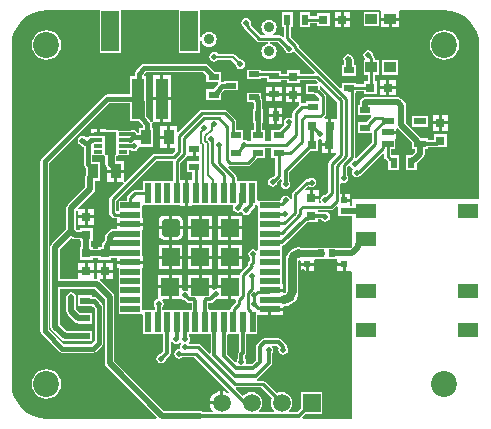
<source format=gtl>
G04*
G04 #@! TF.GenerationSoftware,Altium Limited,Altium Designer,19.0.15 (446)*
G04*
G04 Layer_Physical_Order=1*
G04 Layer_Color=255*
%FSAX25Y25*%
%MOIN*%
G70*
G01*
G75*
%ADD12C,0.01000*%
%ADD13C,0.01968*%
%ADD22R,0.03543X0.02362*%
%ADD23R,0.03150X0.03150*%
%ADD24R,0.02362X0.03543*%
%ADD25R,0.03150X0.03150*%
%ADD26R,0.03937X0.03543*%
%ADD27R,0.02441X0.02244*%
%ADD28R,0.05906X0.13386*%
%ADD29R,0.03937X0.13780*%
%ADD30R,0.05906X0.05906*%
G04:AMPARAMS|DCode=31|XSize=59.06mil|YSize=59.06mil|CornerRadius=5.91mil|HoleSize=0mil|Usage=FLASHONLY|Rotation=0.000|XOffset=0mil|YOffset=0mil|HoleType=Round|Shape=RoundedRectangle|*
%AMROUNDEDRECTD31*
21,1,0.05906,0.04724,0,0,0.0*
21,1,0.04724,0.05906,0,0,0.0*
1,1,0.01181,0.02362,-0.02362*
1,1,0.01181,-0.02362,-0.02362*
1,1,0.01181,-0.02362,0.02362*
1,1,0.01181,0.02362,0.02362*
%
%ADD31ROUNDEDRECTD31*%
%ADD32R,0.07087X0.05118*%
%ADD33R,0.02362X0.02520*%
%ADD34R,0.03937X0.02362*%
%ADD35R,0.03740X0.01890*%
%ADD36R,0.02756X0.01181*%
%ADD37R,0.01968X0.01968*%
%ADD38R,0.03543X0.05118*%
%ADD61C,0.02953*%
%ADD62R,0.01968X0.06693*%
%ADD63R,0.06693X0.01968*%
%ADD64C,0.02362*%
%ADD65C,0.01575*%
%ADD66C,0.01181*%
%ADD67C,0.00800*%
%ADD68C,0.08661*%
%ADD69C,0.03543*%
%ADD70C,0.05906*%
%ADD71C,0.01968*%
G36*
X0866932Y3333700D02*
X0869104Y3333041D01*
X0871106Y3331971D01*
X0872860Y3330531D01*
X0874300Y3328777D01*
X0875370Y3326776D01*
X0876029Y3324604D01*
X0876255Y3322305D01*
Y3270960D01*
X0833761D01*
Y3268638D01*
X0833225D01*
Y3270145D01*
X0831005D01*
Y3270645D01*
X0830505D01*
Y3272767D01*
X0829807D01*
Y3276143D01*
X0830307Y3276410D01*
X0830387Y3276357D01*
X0831005Y3276234D01*
X0831623Y3276357D01*
X0832147Y3276707D01*
X0832497Y3277232D01*
X0832620Y3277850D01*
X0832497Y3278468D01*
X0832147Y3278992D01*
X0832126Y3279005D01*
Y3281716D01*
X0832680Y3282270D01*
X0833223Y3282105D01*
X0833253Y3281956D01*
X0833603Y3281432D01*
X0833845Y3281270D01*
X0834111Y3281034D01*
X0833972Y3280629D01*
X0833843Y3280436D01*
X0833720Y3279818D01*
X0833843Y3279200D01*
X0834193Y3278676D01*
X0834717Y3278326D01*
X0835335Y3278203D01*
X0835954Y3278326D01*
X0836478Y3278676D01*
X0836699Y3279007D01*
X0837003Y3279210D01*
X0844086Y3286294D01*
X0844549Y3286103D01*
Y3285232D01*
X0844549Y3285231D01*
X0844634Y3284802D01*
X0844877Y3284438D01*
X0845672Y3283643D01*
X0845672Y3283643D01*
X0845956Y3283454D01*
Y3280793D01*
X0849518D01*
Y3285536D01*
X0847164D01*
X0847056Y3285558D01*
X0846792Y3285937D01*
Y3287683D01*
X0848238D01*
Y3291023D01*
X0848639D01*
Y3292704D01*
X0845670D01*
Y3293704D01*
X0848639D01*
Y3294394D01*
X0849139Y3294545D01*
X0849154Y3294522D01*
X0853928Y3289748D01*
Y3287683D01*
X0854881D01*
Y3286688D01*
X0853741Y3285548D01*
X0853683Y3285536D01*
X0851861D01*
Y3280793D01*
X0855424D01*
Y3282711D01*
X0855572Y3282810D01*
X0857639Y3284877D01*
X0857989Y3285401D01*
X0858087Y3285892D01*
X0858088Y3285893D01*
X0858210Y3286511D01*
X0858112Y3287006D01*
Y3287683D01*
X0859065D01*
Y3288250D01*
X0862304D01*
X0862304Y3288250D01*
X0862421Y3288273D01*
X0865463D01*
Y3292623D01*
X0861113D01*
Y3290678D01*
X0859065D01*
Y3291245D01*
X0856886D01*
X0856655Y3291590D01*
X0851911Y3296334D01*
Y3302090D01*
X0851788Y3302708D01*
X0851438Y3303233D01*
X0850285Y3304385D01*
X0849761Y3304736D01*
X0849143Y3304859D01*
X0838091D01*
X0837473Y3304736D01*
X0836949Y3304385D01*
X0836599Y3303862D01*
X0836476Y3303243D01*
Y3302465D01*
X0835917D01*
Y3298903D01*
X0840119D01*
X0840326Y3298403D01*
X0838767Y3296843D01*
X0838577Y3296560D01*
X0835917D01*
Y3292998D01*
X0840513D01*
Y3289732D01*
X0835311Y3284529D01*
X0834850Y3284776D01*
X0834882Y3284936D01*
X0834882Y3284936D01*
Y3306187D01*
X0835148D01*
Y3307043D01*
X0837688D01*
Y3305990D01*
X0842038D01*
Y3310339D01*
X0841378D01*
Y3312486D01*
X0842825D01*
Y3317229D01*
X0841378D01*
Y3317921D01*
X0841378Y3317921D01*
X0841293Y3318351D01*
X0841050Y3318715D01*
X0840869Y3318895D01*
X0840888Y3318991D01*
X0840765Y3319609D01*
X0840415Y3320134D01*
X0839890Y3320484D01*
X0839272Y3320607D01*
X0838654Y3320484D01*
X0838130Y3320134D01*
X0837780Y3319609D01*
X0837657Y3318991D01*
X0837780Y3318373D01*
X0838130Y3317849D01*
X0838310Y3317729D01*
X0838158Y3317229D01*
X0837688D01*
Y3312486D01*
X0839135D01*
Y3310339D01*
X0837688D01*
Y3309286D01*
X0835148D01*
Y3309749D01*
X0830405D01*
Y3308073D01*
X0829943Y3307881D01*
X0816100Y3321724D01*
Y3322020D01*
X0816100Y3322020D01*
X0816015Y3322449D01*
X0815772Y3322813D01*
X0815772Y3322813D01*
X0813426Y3325159D01*
Y3328431D01*
X0814085D01*
Y3333174D01*
X0810523D01*
Y3328431D01*
X0811182D01*
Y3325162D01*
X0810682Y3324955D01*
X0810439Y3325198D01*
X0810076Y3325441D01*
X0809646Y3325526D01*
X0809646Y3325526D01*
X0807606D01*
X0807466Y3325977D01*
X0807471Y3326026D01*
X0807987Y3326423D01*
X0808397Y3326957D01*
X0808655Y3327579D01*
X0808743Y3328247D01*
X0808655Y3328915D01*
X0808397Y3329538D01*
X0807987Y3330072D01*
X0807452Y3330482D01*
X0806830Y3330740D01*
X0806162Y3330828D01*
X0805494Y3330740D01*
X0804872Y3330482D01*
X0804337Y3330072D01*
X0803927Y3329538D01*
X0803669Y3328915D01*
X0803581Y3328247D01*
X0803669Y3327579D01*
X0803927Y3326957D01*
X0804337Y3326423D01*
X0804854Y3326026D01*
X0804858Y3325977D01*
X0804718Y3325526D01*
X0803418D01*
X0799955Y3328989D01*
X0800017Y3329082D01*
X0800140Y3329700D01*
X0800017Y3330318D01*
X0799667Y3330842D01*
X0799143Y3331192D01*
X0798524Y3331315D01*
X0797906Y3331192D01*
X0797382Y3330842D01*
X0797032Y3330318D01*
X0796909Y3329700D01*
X0797032Y3329082D01*
X0797382Y3328558D01*
X0797641Y3328385D01*
X0797674Y3328219D01*
X0797917Y3327856D01*
X0802160Y3323612D01*
X0802160Y3323612D01*
X0802524Y3323368D01*
X0802954Y3323283D01*
X0805789D01*
X0805822Y3322783D01*
X0805494Y3322740D01*
X0804872Y3322482D01*
X0804337Y3322072D01*
X0803927Y3321538D01*
X0803669Y3320915D01*
X0803581Y3320247D01*
X0803669Y3319579D01*
X0803927Y3318957D01*
X0804337Y3318422D01*
X0804872Y3318012D01*
X0805494Y3317754D01*
X0806162Y3317667D01*
X0806830Y3317754D01*
X0807452Y3318012D01*
X0807987Y3318422D01*
X0808397Y3318957D01*
X0808655Y3319579D01*
X0808743Y3320247D01*
X0808655Y3320915D01*
X0808397Y3321538D01*
X0807987Y3322072D01*
X0807452Y3322482D01*
X0806830Y3322740D01*
X0806503Y3322783D01*
X0806535Y3323283D01*
X0809182D01*
X0811284Y3321181D01*
X0811279Y3321157D01*
X0811402Y3320539D01*
X0811752Y3320015D01*
X0812276Y3319664D01*
X0812894Y3319542D01*
X0813513Y3319664D01*
X0814037Y3320015D01*
X0814058Y3320047D01*
X0814556Y3320096D01*
X0821360Y3313292D01*
X0821169Y3312830D01*
X0816447D01*
Y3313883D01*
X0812098D01*
Y3312830D01*
X0810148D01*
Y3313686D01*
X0806565D01*
X0806516Y3313696D01*
X0806516Y3313696D01*
X0803632D01*
Y3314119D01*
X0798692D01*
Y3311029D01*
X0803632D01*
Y3311452D01*
X0805405D01*
Y3310124D01*
X0810148D01*
Y3310587D01*
X0812098D01*
Y3309533D01*
X0816447D01*
Y3310587D01*
X0821803D01*
X0822510Y3309879D01*
X0822319Y3309417D01*
X0818397D01*
Y3305855D01*
X0821341D01*
X0821450Y3305833D01*
X0821450Y3305833D01*
X0821971D01*
X0822993Y3304811D01*
Y3303511D01*
X0818397D01*
Y3302852D01*
X0817565D01*
X0817106Y3302904D01*
X0816855Y3303298D01*
X0816847Y3303313D01*
X0816847Y3303556D01*
Y3305302D01*
X0814773D01*
Y3303228D01*
X0816226D01*
X0816305Y3303130D01*
X0816297Y3302523D01*
X0816297Y3302523D01*
X0816230Y3302457D01*
X0814267Y3300493D01*
X0814024Y3300129D01*
X0813938Y3299700D01*
X0813938Y3299700D01*
Y3298228D01*
X0813438Y3297961D01*
X0813316Y3298043D01*
X0812698Y3298166D01*
X0812080Y3298043D01*
X0811555Y3297692D01*
X0811205Y3297169D01*
X0811082Y3296550D01*
X0811205Y3295932D01*
X0811314Y3295769D01*
X0809546Y3294001D01*
X0806979D01*
Y3290438D01*
X0806582Y3290192D01*
X0805231D01*
X0804833Y3290438D01*
X0804833Y3290692D01*
Y3294001D01*
X0803876D01*
Y3296344D01*
X0804243D01*
Y3301088D01*
X0803876D01*
Y3303637D01*
X0803768Y3304178D01*
X0803659Y3304341D01*
Y3304779D01*
X0803632Y3304915D01*
Y3306481D01*
X0798692D01*
Y3303391D01*
X0800922D01*
X0800938Y3303312D01*
X0801047Y3303149D01*
Y3301088D01*
X0800680D01*
Y3296344D01*
X0801047D01*
Y3294001D01*
X0800090D01*
Y3290692D01*
X0800090Y3290438D01*
X0799692Y3290192D01*
X0799037D01*
X0799023Y3290212D01*
X0798499Y3290562D01*
X0797881Y3290685D01*
X0797550Y3290957D01*
Y3294001D01*
X0795156D01*
Y3296954D01*
X0795071Y3297383D01*
X0794828Y3297747D01*
X0794828Y3297747D01*
X0792137Y3300437D01*
X0791773Y3300680D01*
X0791344Y3300766D01*
X0791344Y3300766D01*
X0783705D01*
X0783705Y3300766D01*
X0783276Y3300680D01*
X0782912Y3300437D01*
X0775971Y3293496D01*
X0775509Y3293687D01*
Y3295188D01*
X0773237D01*
Y3291629D01*
X0772737D01*
D01*
X0773237D01*
Y3288070D01*
X0774962D01*
Y3286975D01*
X0774044Y3286058D01*
X0768094D01*
X0768094Y3286058D01*
X0767665Y3285972D01*
X0767301Y3285729D01*
X0767301Y3285729D01*
X0758292Y3276720D01*
X0757792Y3276928D01*
Y3279712D01*
X0755520D01*
Y3276653D01*
X0757517D01*
X0757724Y3276153D01*
X0753243Y3271672D01*
X0753000Y3271308D01*
X0752915Y3270879D01*
X0752915Y3270879D01*
Y3266433D01*
X0752915Y3266432D01*
X0753000Y3266003D01*
X0753243Y3265639D01*
X0753932Y3264950D01*
X0753932Y3264950D01*
X0754296Y3264707D01*
X0754725Y3264622D01*
X0755169D01*
X0755635Y3264539D01*
Y3263054D01*
X0759981D01*
X0764327D01*
Y3264539D01*
X0763928D01*
Y3268778D01*
X0764302Y3269080D01*
X0767471D01*
Y3269080D01*
X0767491D01*
Y3269080D01*
X0776540D01*
Y3268681D01*
X0778024D01*
Y3273027D01*
Y3277373D01*
X0776540D01*
X0776496Y3277855D01*
Y3283075D01*
X0778476Y3285055D01*
X0778476Y3285055D01*
X0778720Y3285419D01*
X0778726Y3285450D01*
X0780702D01*
Y3287631D01*
X0781702D01*
Y3285450D01*
X0782991D01*
Y3283506D01*
X0778830D01*
Y3279944D01*
X0780552D01*
Y3277855D01*
X0780509Y3277373D01*
X0779024D01*
Y3273027D01*
Y3268681D01*
X0780509D01*
Y3269080D01*
X0794050D01*
X0794249Y3268707D01*
X0794267Y3268580D01*
X0794153Y3268007D01*
X0794276Y3267389D01*
X0794627Y3266865D01*
X0795151Y3266515D01*
X0795769Y3266392D01*
X0796387Y3266515D01*
X0796522Y3266605D01*
X0797032Y3266602D01*
X0797382Y3266077D01*
X0797906Y3265727D01*
X0798525Y3265604D01*
X0799143Y3265727D01*
X0799667Y3266077D01*
X0800017Y3266602D01*
X0800115Y3267093D01*
X0801073Y3268052D01*
X0801073Y3268052D01*
X0801336Y3268445D01*
X0801429Y3268910D01*
X0801599Y3269080D01*
X0802156D01*
X0802491Y3268719D01*
Y3264159D01*
X0802491D01*
Y3264138D01*
X0802491D01*
Y3260970D01*
Y3257860D01*
Y3254710D01*
X0802491D01*
Y3254690D01*
X0802491D01*
Y3254003D01*
X0802181Y3253863D01*
X0801991Y3253820D01*
X0801505Y3254145D01*
X0800887Y3254268D01*
X0800268Y3254145D01*
X0799744Y3253795D01*
X0799394Y3253271D01*
X0799271Y3252653D01*
X0799394Y3252035D01*
X0799744Y3251511D01*
X0799765Y3251497D01*
Y3250300D01*
X0799306Y3249841D01*
X0799063Y3249477D01*
X0798978Y3249048D01*
X0799011Y3248882D01*
X0796625Y3246496D01*
X0796382Y3246132D01*
X0796297Y3245703D01*
X0795817Y3245661D01*
X0793560D01*
Y3241708D01*
Y3237755D01*
X0794727D01*
X0795044Y3237369D01*
X0795041Y3237351D01*
X0795041Y3237351D01*
Y3236401D01*
X0793645Y3235006D01*
X0793402Y3234642D01*
X0793316Y3234212D01*
X0793135Y3234142D01*
X0792676Y3234044D01*
X0792675Y3234044D01*
X0792675Y3234044D01*
X0789526D01*
Y3234044D01*
X0786357D01*
X0785982Y3234346D01*
Y3236352D01*
X0786662D01*
X0786662Y3236352D01*
X0787127Y3236445D01*
X0787521Y3236708D01*
X0788468Y3237655D01*
X0788485Y3237651D01*
X0788637Y3237682D01*
X0789107Y3237755D01*
X0789107Y3237755D01*
X0789107Y3237755D01*
X0792560D01*
Y3241208D01*
X0789034D01*
X0788607Y3240858D01*
X0788485Y3240882D01*
X0787867Y3240759D01*
X0787670Y3240628D01*
X0787170Y3240895D01*
Y3241208D01*
X0779264D01*
Y3240570D01*
X0778764Y3240303D01*
X0778670Y3240366D01*
X0778052Y3240488D01*
X0777729Y3240424D01*
X0777229Y3240784D01*
Y3241208D01*
X0773776D01*
Y3237755D01*
X0776894D01*
X0776910Y3237731D01*
X0777434Y3237381D01*
X0778052Y3237258D01*
X0778145Y3237276D01*
X0778714Y3236708D01*
X0778714Y3236708D01*
X0779108Y3236445D01*
X0779572Y3236352D01*
X0780429D01*
Y3234040D01*
X0780058D01*
Y3234040D01*
X0776928D01*
Y3234040D01*
X0773759D01*
Y3234040D01*
X0770604D01*
Y3235083D01*
X0770883Y3235499D01*
X0771006Y3236118D01*
X0770883Y3236736D01*
X0770533Y3237260D01*
X0770691Y3237755D01*
X0772776D01*
Y3241208D01*
X0769324D01*
Y3238190D01*
X0769324Y3237755D01*
X0768875Y3237630D01*
X0768772Y3237610D01*
X0768248Y3237260D01*
X0767898Y3236736D01*
X0767775Y3236118D01*
X0767898Y3235499D01*
X0768177Y3235083D01*
Y3234040D01*
X0764428D01*
X0764302Y3234040D01*
X0763928Y3234343D01*
Y3238462D01*
X0763928Y3238942D01*
X0763928Y3239442D01*
Y3242073D01*
Y3245222D01*
Y3248011D01*
X0764327D01*
Y3249495D01*
X0759981D01*
X0755635D01*
Y3248011D01*
X0756035D01*
Y3245222D01*
Y3242073D01*
Y3239442D01*
X0756035Y3238962D01*
X0756035Y3238462D01*
Y3235773D01*
Y3232663D01*
X0763802D01*
X0763928Y3232663D01*
X0764302Y3232361D01*
Y3226147D01*
X0770980D01*
Y3220324D01*
X0770057Y3219402D01*
X0769560Y3219303D01*
X0769036Y3218953D01*
X0768686Y3218428D01*
X0768563Y3217810D01*
X0768686Y3217192D01*
X0769036Y3216668D01*
X0769560Y3216318D01*
X0770178Y3216195D01*
X0770796Y3216318D01*
X0771320Y3216668D01*
X0771670Y3217192D01*
X0771767Y3217678D01*
X0773052Y3218963D01*
X0773052Y3218963D01*
X0773315Y3219357D01*
X0773408Y3219821D01*
X0773408Y3219821D01*
Y3223381D01*
X0773908Y3223533D01*
X0774154Y3223164D01*
X0774678Y3222814D01*
X0775296Y3222691D01*
X0775914Y3222814D01*
X0776438Y3223164D01*
X0776522Y3223290D01*
X0776525D01*
X0776957Y3222790D01*
X0776945Y3222716D01*
X0776910Y3222692D01*
X0776560Y3222168D01*
X0776437Y3221550D01*
X0776460Y3221436D01*
X0776117Y3220968D01*
X0775662Y3220877D01*
X0775138Y3220527D01*
X0774788Y3220003D01*
X0774665Y3219385D01*
X0774788Y3218767D01*
X0775138Y3218243D01*
X0775662Y3217893D01*
X0776280Y3217770D01*
X0776898Y3217893D01*
X0777423Y3218243D01*
X0777436Y3218264D01*
X0781327D01*
X0792899Y3206692D01*
X0792569Y3206315D01*
X0792329Y3206499D01*
X0791367Y3206897D01*
X0790835Y3206968D01*
Y3203046D01*
X0790335D01*
Y3202546D01*
X0786414D01*
X0786484Y3202015D01*
X0786883Y3201053D01*
X0787354Y3200439D01*
X0787108Y3199939D01*
X0784205D01*
X0783788Y3200217D01*
X0783170Y3200340D01*
X0771232D01*
X0754667Y3216904D01*
Y3238381D01*
X0754544Y3238999D01*
X0754194Y3239523D01*
X0749962Y3243756D01*
X0749791Y3243869D01*
X0749943Y3244370D01*
X0750977D01*
Y3246444D01*
X0748902D01*
Y3244716D01*
X0748840Y3244350D01*
X0748461Y3244229D01*
X0748195D01*
X0747753Y3244370D01*
X0747753Y3244729D01*
Y3246444D01*
X0745178D01*
X0742603D01*
X0742603Y3244370D01*
X0742161Y3244229D01*
X0736557D01*
Y3254318D01*
X0740257Y3258018D01*
X0740268Y3258007D01*
X0740792Y3257656D01*
X0741410Y3257534D01*
X0743003D01*
Y3256974D01*
X0743563D01*
Y3255024D01*
X0743003D01*
Y3250675D01*
X0747353D01*
Y3251234D01*
X0749302D01*
Y3250675D01*
X0753652D01*
Y3251490D01*
X0755635D01*
Y3250495D01*
X0759981D01*
X0764327D01*
Y3251979D01*
X0763928D01*
Y3254671D01*
Y3257821D01*
Y3260570D01*
X0764327D01*
Y3262054D01*
X0759981D01*
X0755635D01*
Y3261020D01*
X0754205D01*
X0753587Y3260897D01*
X0753063Y3260547D01*
X0751910Y3259394D01*
X0751560Y3258870D01*
X0751437Y3258252D01*
Y3257062D01*
X0750925Y3256551D01*
X0750575Y3256027D01*
X0750452Y3255409D01*
Y3255024D01*
X0749302D01*
Y3254465D01*
X0747353D01*
Y3255024D01*
X0746793D01*
Y3256974D01*
X0747353D01*
Y3261324D01*
X0743003D01*
Y3260764D01*
X0742079D01*
X0741872Y3260971D01*
Y3267147D01*
X0742103Y3267323D01*
X0742248Y3267300D01*
X0742603Y3267076D01*
Y3265554D01*
X0744678D01*
Y3267629D01*
X0742992Y3267629D01*
X0742989D01*
D01*
X0742870Y3267629D01*
X0742788Y3267826D01*
X0742663Y3268129D01*
X0747698Y3273164D01*
X0748048Y3273688D01*
X0748171Y3274306D01*
Y3276078D01*
X0748171Y3276078D01*
X0748171Y3276078D01*
Y3277053D01*
X0749912D01*
Y3283371D01*
X0747183D01*
Y3285080D01*
X0747334Y3285518D01*
X0751052D01*
X0751115Y3285366D01*
X0751116Y3285363D01*
X0751116Y3285363D01*
Y3285363D01*
X0751217Y3285321D01*
X0751575Y3285173D01*
X0751630Y3284711D01*
Y3282574D01*
X0751768Y3281879D01*
X0752162Y3281290D01*
X0752249Y3281203D01*
Y3280712D01*
X0755020D01*
X0757792D01*
Y3283771D01*
X0755262D01*
Y3284710D01*
X0755315Y3285172D01*
X0755549Y3285269D01*
X0755773Y3285362D01*
X0755774Y3285362D01*
X0755774Y3285362D01*
X0755775Y3285365D01*
X0755838Y3285518D01*
X0759557D01*
Y3287194D01*
X0760057Y3287309D01*
X0760437Y3287055D01*
X0761055Y3286932D01*
X0761673Y3287055D01*
X0762197Y3287405D01*
X0762547Y3287929D01*
X0762581Y3288096D01*
X0762885Y3288470D01*
X0767628D01*
Y3294788D01*
X0767065D01*
Y3295960D01*
X0767028Y3296148D01*
X0767093Y3296291D01*
X0767205Y3296422D01*
X0767460Y3296535D01*
X0767854Y3296535D01*
X0769875D01*
Y3303924D01*
X0767406D01*
Y3297012D01*
X0767406Y3296996D01*
X0767406Y3296996D01*
X0767406Y3296788D01*
X0767294Y3296621D01*
X0767236Y3296600D01*
X0766952Y3296581D01*
X0766812Y3296719D01*
X0766906Y3296577D01*
X0766906D01*
X0766651Y3296960D01*
X0765096Y3298514D01*
Y3303243D01*
X0765069Y3303380D01*
Y3311914D01*
X0764627D01*
X0764420Y3312414D01*
X0765252Y3313246D01*
X0784159D01*
X0785299Y3312106D01*
Y3312102D01*
X0785326Y3311965D01*
Y3309927D01*
X0789114D01*
X0789322Y3309427D01*
X0787682Y3307787D01*
X0787546Y3307584D01*
X0785326D01*
Y3304021D01*
X0790069D01*
Y3306059D01*
X0790096Y3306196D01*
Y3306201D01*
X0791106Y3307210D01*
X0795994D01*
Y3310300D01*
X0791054D01*
Y3310104D01*
X0790584D01*
X0790456Y3310078D01*
X0790069Y3310395D01*
Y3313489D01*
X0787850D01*
X0787714Y3313692D01*
X0785745Y3315661D01*
X0785286Y3315968D01*
X0784745Y3316075D01*
X0764666D01*
X0764125Y3315968D01*
X0763666Y3315661D01*
X0761759Y3313754D01*
X0761452Y3313295D01*
X0761345Y3312754D01*
Y3311914D01*
X0759932D01*
Y3305839D01*
X0752264D01*
X0751723Y3305731D01*
X0751264Y3305425D01*
X0730398Y3284558D01*
X0730091Y3284100D01*
X0729984Y3283558D01*
Y3226865D01*
X0730091Y3226324D01*
X0730398Y3225865D01*
X0736107Y3220156D01*
X0736566Y3219850D01*
X0737107Y3219742D01*
X0747540D01*
X0748081Y3219850D01*
X0748540Y3220156D01*
X0750509Y3222125D01*
X0750815Y3222584D01*
X0750923Y3223125D01*
Y3235149D01*
X0750815Y3235691D01*
X0750509Y3236150D01*
X0748742Y3237916D01*
X0748283Y3238223D01*
X0747742Y3238330D01*
X0747156D01*
Y3238883D01*
X0742412D01*
Y3235321D01*
X0747156D01*
X0747562Y3235095D01*
X0748094Y3234563D01*
Y3223711D01*
X0746954Y3222571D01*
X0737693D01*
X0732813Y3227451D01*
Y3282972D01*
X0752850Y3303010D01*
X0759932D01*
Y3296935D01*
X0762677D01*
X0762682Y3296928D01*
X0764236Y3295374D01*
Y3294788D01*
X0762885D01*
Y3293044D01*
X0762299D01*
X0761729Y3293614D01*
X0761270Y3293920D01*
X0760729Y3294028D01*
X0760188Y3293920D01*
X0760048Y3293827D01*
X0757580D01*
X0757462Y3293804D01*
X0755840D01*
X0755777Y3293956D01*
X0755776Y3293956D01*
X0755776Y3293958D01*
X0755548Y3294052D01*
X0755318Y3294148D01*
X0755027Y3294149D01*
X0755026Y3294148D01*
X0755025Y3294149D01*
X0752559Y3294149D01*
X0752559Y3294149D01*
X0752559Y3294149D01*
X0752328Y3294054D01*
X0752190Y3293996D01*
X0752123Y3294024D01*
X0751690Y3294204D01*
X0751690Y3294204D01*
X0751690Y3294204D01*
X0749812D01*
Y3292613D01*
X0749312D01*
Y3292113D01*
X0746934D01*
Y3292059D01*
X0746691D01*
X0746150Y3291952D01*
X0745700Y3291651D01*
X0745532Y3291552D01*
X0745139Y3291590D01*
X0744615Y3291940D01*
X0743997Y3292064D01*
X0743379Y3291940D01*
X0742855Y3291590D01*
X0742505Y3291066D01*
X0742381Y3290448D01*
X0742505Y3289830D01*
X0742855Y3289306D01*
X0743379Y3288956D01*
X0743649Y3288902D01*
X0743829Y3288722D01*
X0744288Y3288416D01*
X0744354Y3288403D01*
Y3282771D01*
X0744462Y3282230D01*
X0744768Y3281771D01*
X0745168Y3281371D01*
Y3279215D01*
X0745063Y3279058D01*
X0744941Y3278440D01*
Y3274976D01*
X0739115Y3269149D01*
X0738764Y3268625D01*
X0738641Y3268007D01*
Y3260971D01*
X0733800Y3256129D01*
X0733449Y3255605D01*
X0733326Y3254987D01*
Y3242613D01*
Y3228440D01*
X0733449Y3227822D01*
X0733800Y3227298D01*
X0736949Y3224149D01*
X0737473Y3223798D01*
X0738091Y3223676D01*
X0742412D01*
Y3223510D01*
X0747156D01*
Y3227072D01*
X0742412D01*
Y3226906D01*
X0738760D01*
X0736557Y3229109D01*
Y3240998D01*
X0748150D01*
X0751437Y3237712D01*
Y3216235D01*
X0751560Y3215617D01*
X0751910Y3215093D01*
X0768785Y3198218D01*
X0768594Y3197756D01*
X0732021D01*
X0729723Y3197982D01*
X0727551Y3198641D01*
X0725549Y3199711D01*
X0723795Y3201151D01*
X0722355Y3202905D01*
X0721285Y3204907D01*
X0720626Y3207079D01*
X0720400Y3209378D01*
Y3322305D01*
X0720626Y3324604D01*
X0721285Y3326776D01*
X0722355Y3328777D01*
X0723795Y3330531D01*
X0725549Y3331971D01*
X0727551Y3333041D01*
X0729723Y3333700D01*
X0732021Y3333926D01*
X0749696D01*
Y3319769D01*
X0756802D01*
Y3333926D01*
X0776074D01*
Y3319769D01*
X0783180D01*
Y3323504D01*
X0783669Y3323579D01*
X0783927Y3322957D01*
X0784337Y3322422D01*
X0784872Y3322012D01*
X0785494Y3321754D01*
X0786162Y3321667D01*
X0786830Y3321754D01*
X0787453Y3322012D01*
X0787987Y3322422D01*
X0788397Y3322957D01*
X0788655Y3323579D01*
X0788743Y3324247D01*
X0788655Y3324915D01*
X0788397Y3325538D01*
X0787987Y3326072D01*
X0787453Y3326482D01*
X0786830Y3326740D01*
X0786162Y3326828D01*
X0785494Y3326740D01*
X0784872Y3326482D01*
X0784337Y3326072D01*
X0783927Y3325538D01*
X0783669Y3324915D01*
X0783180Y3324990D01*
Y3333926D01*
X0843152D01*
X0843587Y3333771D01*
X0843587Y3333426D01*
Y3331499D01*
X0849524D01*
X0849524Y3333771D01*
X0849960Y3333926D01*
X0864634D01*
X0866932Y3333700D01*
D02*
G37*
G36*
X0828899Y3303490D02*
Y3297747D01*
X0826876D01*
Y3295173D01*
X0825876D01*
Y3297747D01*
X0824795D01*
X0824604Y3298209D01*
X0824908Y3298513D01*
X0824908Y3298513D01*
X0825151Y3298877D01*
X0825237Y3299306D01*
Y3305275D01*
X0825237Y3305275D01*
X0825151Y3305704D01*
X0824908Y3306068D01*
X0824908Y3306068D01*
X0823228Y3307748D01*
X0823140Y3307807D01*
Y3308596D01*
X0823602Y3308787D01*
X0828899Y3303490D01*
D02*
G37*
G36*
X0755025Y3293499D02*
X0755316Y3293498D01*
X0755315Y3285822D01*
X0755019Y3285822D01*
X0751576Y3285822D01*
X0751576Y3292514D01*
X0752559Y3293500D01*
X0755025Y3293499D01*
D02*
G37*
G36*
X0823328Y3290998D02*
X0823705Y3290688D01*
Y3289570D01*
X0826280D01*
Y3289070D01*
X0826780D01*
Y3286495D01*
X0828501D01*
X0828708Y3285995D01*
X0826293Y3283580D01*
X0826050Y3283216D01*
X0825964Y3282787D01*
X0825964Y3282787D01*
Y3273411D01*
X0824927Y3272373D01*
X0824902Y3272378D01*
X0824284Y3272255D01*
X0823760Y3271905D01*
X0823410Y3271381D01*
X0823287Y3270763D01*
X0823410Y3270145D01*
X0823492Y3270023D01*
X0823225Y3269522D01*
X0822753D01*
Y3270853D01*
X0820178D01*
Y3271354D01*
X0819678D01*
Y3273928D01*
X0818496D01*
X0818305Y3274390D01*
X0819239Y3275325D01*
X0819756Y3274979D01*
X0820375Y3274856D01*
X0820993Y3274979D01*
X0821517Y3275330D01*
X0821867Y3275853D01*
X0821990Y3276471D01*
X0821867Y3277090D01*
X0821517Y3277614D01*
X0820993Y3277964D01*
X0820375Y3278087D01*
X0819756Y3277964D01*
X0819232Y3277614D01*
X0819219Y3277593D01*
X0818800D01*
X0818371Y3277508D01*
X0818007Y3277265D01*
X0818007Y3277265D01*
X0814070Y3273328D01*
X0813827Y3272964D01*
X0813741Y3272535D01*
X0813741Y3272535D01*
Y3271133D01*
X0813241Y3271083D01*
X0813206Y3271263D01*
X0812856Y3271787D01*
X0812331Y3272137D01*
X0811713Y3272260D01*
X0811095Y3272137D01*
X0810571Y3271787D01*
X0810221Y3271263D01*
X0810098Y3270645D01*
X0809642Y3270479D01*
X0806902D01*
X0806902Y3270479D01*
X0806894Y3270477D01*
X0802491D01*
X0802156Y3270838D01*
Y3276973D01*
X0799467D01*
X0798987Y3276973D01*
Y3276973D01*
X0798967D01*
Y3276973D01*
X0795394D01*
Y3278243D01*
X0795394Y3278243D01*
X0795309Y3278673D01*
X0795065Y3279036D01*
X0792616Y3281485D01*
X0792902Y3281908D01*
X0793209Y3281846D01*
X0793210Y3281846D01*
X0799115D01*
X0799115Y3281846D01*
X0799544Y3281932D01*
X0799908Y3282175D01*
X0801983Y3284249D01*
X0802172Y3284533D01*
X0804833D01*
Y3287949D01*
X0806979D01*
Y3284533D01*
X0808230D01*
Y3279102D01*
X0807407Y3278279D01*
X0807383Y3278284D01*
X0806765Y3278161D01*
X0806240Y3277811D01*
X0805890Y3277287D01*
X0805767Y3276669D01*
X0805890Y3276051D01*
X0806240Y3275526D01*
X0806765Y3275176D01*
X0807383Y3275053D01*
X0808001Y3275176D01*
X0808525Y3275526D01*
X0808875Y3276051D01*
X0808998Y3276669D01*
X0808993Y3276693D01*
X0809999Y3277699D01*
X0810499Y3277494D01*
Y3276916D01*
X0810221Y3276499D01*
X0810098Y3275881D01*
X0810221Y3275263D01*
X0810571Y3274739D01*
X0811095Y3274389D01*
X0811713Y3274266D01*
X0812331Y3274389D01*
X0812856Y3274739D01*
X0813206Y3275263D01*
X0813329Y3275881D01*
X0813206Y3276499D01*
X0812927Y3276916D01*
Y3279906D01*
X0819917Y3286895D01*
X0822550D01*
Y3290672D01*
X0823050Y3291053D01*
X0823328Y3290998D01*
D02*
G37*
G36*
X0774253Y3283540D02*
X0774253Y3283540D01*
Y3276973D01*
X0767491D01*
Y3276973D01*
X0767471D01*
Y3276973D01*
X0764302D01*
Y3274149D01*
X0761615D01*
X0761615Y3274149D01*
X0761186Y3274063D01*
X0760822Y3273820D01*
X0760822Y3273820D01*
X0759188Y3272186D01*
X0758945Y3271822D01*
X0758859Y3271393D01*
X0758859Y3271393D01*
Y3270477D01*
X0756035D01*
Y3266865D01*
X0755190D01*
X0755158Y3266897D01*
Y3270414D01*
X0768559Y3283815D01*
X0774027D01*
X0774253Y3283540D01*
D02*
G37*
G36*
X0829184Y3268282D02*
Y3265222D01*
X0832825D01*
Y3265408D01*
X0833761D01*
Y3255134D01*
X0833450Y3254824D01*
X0833022Y3254650D01*
X0833022Y3254650D01*
Y3254650D01*
X0833022Y3254650D01*
X0829381D01*
Y3254650D01*
X0828967Y3254710D01*
Y3254710D01*
X0828905Y3254710D01*
X0825405D01*
X0825405Y3254710D01*
X0825187D01*
Y3254710D01*
X0824905Y3254710D01*
X0821625D01*
Y3254666D01*
X0817064D01*
X0816854Y3254806D01*
X0816044Y3254967D01*
Y3254963D01*
X0814937Y3254817D01*
X0813905Y3254390D01*
X0813019Y3253709D01*
X0812339Y3252824D01*
X0811911Y3251792D01*
X0811774Y3250745D01*
X0811762Y3250684D01*
Y3240554D01*
X0811762Y3240054D01*
X0811651Y3239769D01*
X0811196Y3239579D01*
X0810792Y3239857D01*
Y3240039D01*
X0806446D01*
Y3241039D01*
X0810792D01*
Y3242523D01*
X0810392D01*
Y3245261D01*
X0810392D01*
Y3248391D01*
X0810392D01*
Y3251560D01*
X0810384D01*
Y3254690D01*
X0810384D01*
Y3254710D01*
X0810467Y3255176D01*
X0810574Y3255418D01*
X0811039Y3255510D01*
X0811433Y3255774D01*
X0818909Y3263250D01*
X0819194D01*
X0819194Y3263250D01*
X0819311Y3263273D01*
X0822353D01*
Y3264234D01*
X0823545D01*
X0823760Y3263912D01*
X0824284Y3263562D01*
X0824902Y3263439D01*
X0825521Y3263562D01*
X0826044Y3263912D01*
X0826395Y3264436D01*
X0826518Y3265054D01*
X0826395Y3265673D01*
X0826044Y3266196D01*
X0825521Y3266547D01*
X0824902Y3266670D01*
X0824686Y3266627D01*
X0824509Y3266662D01*
X0824509Y3266662D01*
X0822353D01*
Y3267279D01*
X0826694D01*
X0826694Y3267279D01*
X0827123Y3267365D01*
X0827487Y3267608D01*
X0828328Y3268449D01*
X0828784Y3268523D01*
X0829184Y3268282D01*
D02*
G37*
G36*
X0828967Y3250990D02*
X0828981Y3250496D01*
Y3249727D01*
X0831201D01*
Y3249228D01*
X0831701D01*
Y3247106D01*
X0833422D01*
X0833761Y3246746D01*
Y3197756D01*
X0817469D01*
X0817262Y3198256D01*
X0818499Y3199494D01*
X0823888D01*
Y3206599D01*
X0816783D01*
Y3201210D01*
X0815511Y3199939D01*
X0812943D01*
X0812773Y3200439D01*
X0812869Y3200513D01*
X0813439Y3201255D01*
X0813797Y3202119D01*
X0813919Y3203046D01*
X0813797Y3203974D01*
X0813439Y3204838D01*
X0812869Y3205581D01*
X0812127Y3206150D01*
X0811263Y3206508D01*
X0810335Y3206630D01*
X0809408Y3206508D01*
X0808738Y3206230D01*
X0804837Y3210131D01*
X0804473Y3210374D01*
X0804044Y3210459D01*
X0804044Y3210459D01*
X0802082D01*
X0802033Y3210959D01*
X0802139Y3210980D01*
X0802532Y3211243D01*
X0806863Y3215574D01*
X0806863Y3215574D01*
X0807126Y3215968D01*
X0807219Y3216432D01*
X0807219Y3216433D01*
Y3219531D01*
X0807497Y3219948D01*
X0807620Y3220566D01*
X0807497Y3221184D01*
X0807214Y3221608D01*
X0807333Y3221966D01*
X0807435Y3222108D01*
X0808848D01*
X0809490Y3221466D01*
X0809434Y3221381D01*
X0809311Y3220763D01*
X0809434Y3220145D01*
X0809784Y3219621D01*
X0810308Y3219271D01*
X0810926Y3219148D01*
X0811544Y3219271D01*
X0812068Y3219621D01*
X0812418Y3220145D01*
X0812541Y3220763D01*
X0812418Y3221381D01*
X0812125Y3221819D01*
X0812047Y3222212D01*
X0811784Y3222606D01*
X0811784Y3222606D01*
X0810209Y3224180D01*
X0809816Y3224443D01*
X0809351Y3224536D01*
X0809351Y3224536D01*
X0804627D01*
X0804162Y3224443D01*
X0803768Y3224180D01*
X0803768Y3224180D01*
X0802194Y3222606D01*
X0801931Y3222212D01*
X0801838Y3221747D01*
X0801838Y3221747D01*
Y3217329D01*
X0800374Y3215865D01*
X0798768D01*
X0798473Y3216365D01*
X0798565Y3216826D01*
X0798442Y3217444D01*
X0798163Y3217861D01*
Y3218702D01*
X0798276Y3218814D01*
X0798276Y3218814D01*
X0798539Y3219209D01*
X0798632Y3219673D01*
Y3225834D01*
X0799002Y3226147D01*
X0799145Y3226147D01*
X0799502Y3226147D01*
X0802313D01*
Y3232243D01*
X0805945D01*
Y3234227D01*
X0806446D01*
Y3234727D01*
X0810792D01*
Y3234952D01*
X0811117Y3235219D01*
X0811205Y3235264D01*
Y3235264D01*
X0812445Y3235427D01*
X0813601Y3235905D01*
X0814593Y3236667D01*
X0815354Y3237659D01*
X0815833Y3238815D01*
X0815996Y3240054D01*
X0815996D01*
X0815996Y3240448D01*
Y3250416D01*
X0816395Y3250667D01*
X0816776Y3250426D01*
Y3249727D01*
X0818997D01*
X0821217D01*
Y3250768D01*
X0821625Y3250990D01*
X0824905D01*
X0825187Y3250990D01*
Y3250990D01*
X0825405D01*
Y3250990D01*
X0828967D01*
D02*
G37*
G36*
X0786376Y3226147D02*
X0786759Y3225865D01*
Y3219664D01*
X0786259Y3219457D01*
X0783373Y3222343D01*
X0783009Y3222586D01*
X0782580Y3222672D01*
X0782580Y3222672D01*
X0779554D01*
X0779391Y3223164D01*
X0779741Y3223688D01*
X0779864Y3224306D01*
X0779741Y3224924D01*
X0779463Y3225341D01*
Y3226147D01*
X0780077D01*
Y3226147D01*
X0786376D01*
D02*
G37*
G36*
X0795825Y3226147D02*
X0796204Y3225855D01*
Y3220176D01*
X0796091Y3220063D01*
X0795828Y3219669D01*
X0795736Y3219204D01*
X0795736Y3219204D01*
Y3217861D01*
X0795457Y3217444D01*
X0795338Y3216845D01*
X0795254Y3216789D01*
X0794868Y3216609D01*
X0792305Y3219172D01*
Y3225793D01*
X0792657Y3226147D01*
X0795825Y3226147D01*
D02*
G37*
G36*
X0807152Y3204644D02*
X0806874Y3203974D01*
X0806752Y3203046D01*
X0806874Y3202119D01*
X0807232Y3201255D01*
X0807802Y3200513D01*
X0807898Y3200439D01*
X0807728Y3199939D01*
X0802942D01*
X0802773Y3200439D01*
X0802869Y3200513D01*
X0803439Y3201255D01*
X0803797Y3202119D01*
X0803919Y3203046D01*
X0803797Y3203974D01*
X0803439Y3204838D01*
X0802869Y3205581D01*
X0802127Y3206150D01*
X0801263Y3206508D01*
X0800335Y3206630D01*
X0799408Y3206508D01*
X0798544Y3206150D01*
X0797802Y3205581D01*
X0797764Y3205531D01*
X0797265Y3205499D01*
X0795047Y3207716D01*
X0795254Y3208216D01*
X0803580D01*
X0807152Y3204644D01*
D02*
G37*
%LPC*%
G36*
X0833186Y3333377D02*
X0831111D01*
Y3331303D01*
X0833186D01*
Y3333377D01*
D02*
G37*
G36*
X0830111D02*
X0828036D01*
Y3331303D01*
X0830111D01*
Y3333377D01*
D02*
G37*
G36*
X0842825Y3333371D02*
X0837688D01*
Y3328628D01*
X0842825D01*
Y3333371D01*
D02*
G37*
G36*
X0819991Y3333174D02*
X0816428D01*
Y3328431D01*
X0819991D01*
Y3329681D01*
X0822137D01*
Y3328628D01*
X0826487D01*
Y3332977D01*
X0822137D01*
Y3331924D01*
X0819991D01*
Y3333174D01*
D02*
G37*
G36*
X0849524Y3330499D02*
X0847056D01*
Y3328228D01*
X0849524D01*
Y3330499D01*
D02*
G37*
G36*
X0846056D02*
X0843587D01*
Y3328228D01*
X0846056D01*
Y3330499D01*
D02*
G37*
G36*
X0833186Y3330303D02*
X0831111D01*
Y3328228D01*
X0833186D01*
Y3330303D01*
D02*
G37*
G36*
X0830111D02*
X0828036D01*
Y3328228D01*
X0830111D01*
Y3330303D01*
D02*
G37*
G36*
X0864666Y3327311D02*
X0863379Y3327142D01*
X0862179Y3326645D01*
X0861149Y3325854D01*
X0860359Y3324825D01*
X0859862Y3323625D01*
X0859693Y3322338D01*
X0859862Y3321051D01*
X0860359Y3319851D01*
X0861149Y3318821D01*
X0862179Y3318031D01*
X0863379Y3317534D01*
X0864666Y3317365D01*
X0865953Y3317534D01*
X0867153Y3318031D01*
X0868183Y3318821D01*
X0868973Y3319851D01*
X0869470Y3321051D01*
X0869639Y3322338D01*
X0869470Y3323625D01*
X0868973Y3324825D01*
X0868183Y3325854D01*
X0867153Y3326645D01*
X0865953Y3327142D01*
X0864666Y3327311D01*
D02*
G37*
G36*
X0731989Y3327311D02*
X0730702Y3327142D01*
X0729502Y3326645D01*
X0728472Y3325854D01*
X0727682Y3324825D01*
X0727185Y3323625D01*
X0727016Y3322338D01*
X0727185Y3321051D01*
X0727682Y3319851D01*
X0728472Y3318821D01*
X0729502Y3318031D01*
X0730702Y3317534D01*
X0731989Y3317365D01*
X0733276Y3317534D01*
X0734476Y3318031D01*
X0735506Y3318821D01*
X0736296Y3319851D01*
X0736793Y3321051D01*
X0736962Y3322338D01*
X0736793Y3323625D01*
X0736296Y3324825D01*
X0735506Y3325854D01*
X0734476Y3326645D01*
X0733276Y3327142D01*
X0731989Y3327311D01*
D02*
G37*
G36*
X0787894Y3320016D02*
X0787276Y3319893D01*
X0786752Y3319543D01*
X0786402Y3319019D01*
X0786279Y3318401D01*
X0786402Y3317783D01*
X0786752Y3317258D01*
X0787276Y3316909D01*
X0787894Y3316785D01*
X0788513Y3316909D01*
X0789037Y3317258D01*
X0789118Y3317381D01*
X0793653D01*
X0794969Y3316065D01*
X0794941Y3315921D01*
X0795063Y3315302D01*
X0795414Y3314778D01*
X0795938Y3314428D01*
X0796556Y3314305D01*
X0797174Y3314428D01*
X0797698Y3314778D01*
X0798048Y3315302D01*
X0798171Y3315921D01*
X0798048Y3316539D01*
X0797698Y3317063D01*
X0797174Y3317413D01*
X0796556Y3317536D01*
X0796411Y3317507D01*
X0794797Y3319122D01*
X0794466Y3319343D01*
X0794076Y3319420D01*
X0789118D01*
X0789037Y3319543D01*
X0788513Y3319893D01*
X0787894Y3320016D01*
D02*
G37*
G36*
X0849124Y3317229D02*
X0843987D01*
Y3312486D01*
X0849124D01*
Y3317229D01*
D02*
G37*
G36*
X0832580Y3319229D02*
X0831961Y3319106D01*
X0831437Y3318756D01*
X0831087Y3318232D01*
X0830964Y3317613D01*
X0831087Y3316995D01*
X0831161Y3316885D01*
Y3315654D01*
X0830405D01*
Y3312092D01*
X0835148D01*
Y3315654D01*
X0834392D01*
Y3317417D01*
X0834269Y3318035D01*
X0833918Y3318559D01*
X0833722Y3318756D01*
X0833198Y3319106D01*
X0832580Y3319229D01*
D02*
G37*
G36*
X0848343Y3310740D02*
X0846268D01*
Y3308664D01*
X0848343D01*
Y3310740D01*
D02*
G37*
G36*
X0845269D02*
X0843194D01*
Y3308664D01*
X0845269D01*
Y3310740D01*
D02*
G37*
G36*
X0810548Y3308180D02*
X0808276D01*
Y3306499D01*
X0810548D01*
Y3308180D01*
D02*
G37*
G36*
X0807276D02*
X0805005D01*
Y3306499D01*
X0807276D01*
Y3308180D01*
D02*
G37*
G36*
X0816847Y3308377D02*
X0814773D01*
Y3306303D01*
X0816847D01*
Y3308377D01*
D02*
G37*
G36*
X0813772D02*
X0811698D01*
Y3306303D01*
X0813772D01*
Y3308377D01*
D02*
G37*
G36*
X0848343Y3307664D02*
X0846268D01*
Y3305590D01*
X0848343D01*
Y3307664D01*
D02*
G37*
G36*
X0845269D02*
X0843194D01*
Y3305590D01*
X0845269D01*
Y3307664D01*
D02*
G37*
G36*
X0773343Y3312314D02*
X0770875D01*
Y3304924D01*
X0773343D01*
Y3312314D01*
D02*
G37*
G36*
X0769875D02*
X0767406D01*
Y3304924D01*
X0769875D01*
Y3312314D01*
D02*
G37*
G36*
X0810548Y3305499D02*
X0808276D01*
Y3303818D01*
X0810548D01*
Y3305499D01*
D02*
G37*
G36*
X0807276D02*
X0805005D01*
Y3303818D01*
X0807276D01*
Y3305499D01*
D02*
G37*
G36*
X0813772Y3305302D02*
X0811698D01*
Y3303228D01*
X0813772D01*
Y3305302D01*
D02*
G37*
G36*
X0810548Y3301487D02*
X0808867D01*
Y3299216D01*
X0810548D01*
Y3301487D01*
D02*
G37*
G36*
X0807867D02*
X0806186D01*
Y3299216D01*
X0807867D01*
Y3301487D01*
D02*
G37*
G36*
X0865863Y3298928D02*
X0863788D01*
Y3296854D01*
X0865863D01*
Y3298928D01*
D02*
G37*
G36*
X0862788D02*
X0860713D01*
Y3296854D01*
X0862788D01*
Y3298928D01*
D02*
G37*
G36*
X0773343Y3303924D02*
X0770875D01*
Y3296535D01*
X0773343D01*
Y3303924D01*
D02*
G37*
G36*
X0810548Y3298216D02*
X0808867D01*
Y3295944D01*
X0810548D01*
Y3298216D01*
D02*
G37*
G36*
X0807867D02*
X0806186D01*
Y3295944D01*
X0807867D01*
Y3298216D01*
D02*
G37*
G36*
X0859065Y3298725D02*
X0853928D01*
Y3295163D01*
X0859065D01*
Y3298725D01*
D02*
G37*
G36*
X0865863Y3295853D02*
X0863788D01*
Y3293779D01*
X0865863D01*
Y3295853D01*
D02*
G37*
G36*
X0862788D02*
X0860713D01*
Y3293779D01*
X0862788D01*
Y3295853D01*
D02*
G37*
G36*
X0748812Y3294204D02*
X0746934D01*
Y3293113D01*
X0748812D01*
Y3294204D01*
D02*
G37*
G36*
X0772237Y3295188D02*
X0769965D01*
Y3292129D01*
X0772237D01*
Y3295188D01*
D02*
G37*
G36*
Y3291129D02*
X0769965D01*
Y3288070D01*
X0772237D01*
Y3291129D01*
D02*
G37*
G36*
X0754520Y3279712D02*
X0752249D01*
Y3276653D01*
X0754520D01*
Y3279712D01*
D02*
G37*
G36*
X0833225Y3272767D02*
X0831505D01*
Y3271145D01*
X0833225D01*
Y3272767D01*
D02*
G37*
G36*
X0745678Y3267629D02*
Y3265554D01*
X0747753D01*
Y3267629D01*
X0745678D01*
D02*
G37*
G36*
X0747753Y3264554D02*
X0745678D01*
Y3262480D01*
X0747753D01*
Y3264554D01*
D02*
G37*
G36*
X0744678D02*
X0742603D01*
Y3262480D01*
X0744678D01*
Y3264554D01*
D02*
G37*
G36*
X0797013Y3265346D02*
X0793560D01*
Y3261893D01*
X0797013D01*
Y3265346D01*
D02*
G37*
G36*
X0792560D02*
X0789107D01*
Y3261893D01*
X0792560D01*
Y3265346D01*
D02*
G37*
G36*
X0775737Y3265377D02*
X0773875D01*
Y3261893D01*
X0777359D01*
Y3263755D01*
X0777235Y3264376D01*
X0776884Y3264902D01*
X0776358Y3265253D01*
X0775737Y3265377D01*
D02*
G37*
G36*
X0772875D02*
X0771013D01*
X0770392Y3265253D01*
X0769866Y3264902D01*
X0769514Y3264376D01*
X0769391Y3263755D01*
Y3261893D01*
X0772875D01*
Y3265377D01*
D02*
G37*
G36*
X0787170Y3265346D02*
X0783717D01*
Y3261893D01*
X0787170D01*
Y3265346D01*
D02*
G37*
G36*
X0782717D02*
X0779264D01*
Y3261893D01*
X0782717D01*
Y3265346D01*
D02*
G37*
G36*
X0797013Y3260893D02*
X0793560D01*
Y3257440D01*
X0797013D01*
Y3260893D01*
D02*
G37*
G36*
X0792560D02*
X0789107D01*
Y3257440D01*
X0792560D01*
Y3260893D01*
D02*
G37*
G36*
X0787170Y3260893D02*
X0783717D01*
Y3257440D01*
X0787170D01*
Y3260893D01*
D02*
G37*
G36*
X0782717D02*
X0779264D01*
Y3257440D01*
X0782717D01*
Y3260893D01*
D02*
G37*
G36*
X0777359Y3260893D02*
X0773875D01*
Y3257409D01*
X0775737D01*
X0776358Y3257533D01*
X0776884Y3257884D01*
X0777235Y3258410D01*
X0777359Y3259031D01*
Y3260893D01*
D02*
G37*
G36*
X0772875D02*
X0769391D01*
Y3259031D01*
X0769514Y3258410D01*
X0769866Y3257884D01*
X0770392Y3257533D01*
X0771013Y3257409D01*
X0772875D01*
Y3260893D01*
D02*
G37*
G36*
X0797013Y3255503D02*
X0793560D01*
Y3252050D01*
X0797013D01*
Y3255503D01*
D02*
G37*
G36*
X0792560D02*
X0789107D01*
Y3252050D01*
X0792560D01*
Y3255503D01*
D02*
G37*
G36*
X0787170D02*
X0783717D01*
Y3252050D01*
X0787170D01*
Y3255503D01*
D02*
G37*
G36*
X0782717D02*
X0779264D01*
Y3252050D01*
X0782717D01*
Y3255503D01*
D02*
G37*
G36*
X0777327D02*
X0773875D01*
Y3252050D01*
X0777327D01*
Y3255503D01*
D02*
G37*
G36*
X0772875D02*
X0769422D01*
Y3252050D01*
X0772875D01*
Y3255503D01*
D02*
G37*
G36*
X0797013Y3251051D02*
X0793560D01*
Y3247598D01*
X0797013D01*
Y3251051D01*
D02*
G37*
G36*
X0792560D02*
X0789107D01*
Y3247598D01*
X0792560D01*
Y3251051D01*
D02*
G37*
G36*
X0787170D02*
X0783717D01*
Y3247598D01*
X0787170D01*
Y3251051D01*
D02*
G37*
G36*
X0782717D02*
X0779264D01*
Y3247598D01*
X0782717D01*
Y3251051D01*
D02*
G37*
G36*
X0777327D02*
X0773875D01*
Y3247598D01*
X0777327D01*
Y3251051D01*
D02*
G37*
G36*
X0772875D02*
X0769422D01*
Y3247598D01*
X0772875D01*
Y3251051D01*
D02*
G37*
G36*
X0754052Y3249519D02*
X0751977D01*
Y3247444D01*
X0754052D01*
Y3249519D01*
D02*
G37*
G36*
X0750977D02*
X0748902D01*
Y3247444D01*
X0750977D01*
Y3249519D01*
D02*
G37*
G36*
X0747753D02*
X0745678D01*
Y3247444D01*
X0747753D01*
Y3249519D01*
D02*
G37*
G36*
X0744678D02*
X0742603D01*
Y3247444D01*
X0744678D01*
Y3249519D01*
D02*
G37*
G36*
X0754052Y3246444D02*
X0751977D01*
Y3244370D01*
X0754052D01*
Y3246444D01*
D02*
G37*
G36*
X0792560Y3245661D02*
X0789107D01*
Y3242208D01*
X0792560D01*
Y3245661D01*
D02*
G37*
G36*
X0787170D02*
X0783717D01*
Y3242208D01*
X0787170D01*
Y3245661D01*
D02*
G37*
G36*
X0782717D02*
X0779264D01*
Y3242208D01*
X0782717D01*
Y3245661D01*
D02*
G37*
G36*
X0777229D02*
X0773776D01*
Y3242208D01*
X0777229D01*
Y3245661D01*
D02*
G37*
G36*
X0772776D02*
X0769324D01*
Y3242208D01*
X0772776D01*
Y3245661D01*
D02*
G37*
G36*
X0740257Y3239898D02*
X0739639Y3239775D01*
X0739115Y3239425D01*
X0738764Y3238901D01*
X0738641Y3238283D01*
Y3233558D01*
X0738764Y3232940D01*
X0739115Y3232416D01*
X0741476Y3230054D01*
X0742001Y3229704D01*
X0742412Y3229622D01*
Y3229415D01*
X0747156D01*
Y3232977D01*
X0743122D01*
X0741872Y3234227D01*
Y3238283D01*
X0741749Y3238901D01*
X0741399Y3239425D01*
X0740875Y3239775D01*
X0740257Y3239898D01*
D02*
G37*
G36*
X0731989Y3214319D02*
X0730702Y3214149D01*
X0729502Y3213652D01*
X0728472Y3212862D01*
X0727682Y3211832D01*
X0727185Y3210633D01*
X0727016Y3209346D01*
X0727185Y3208059D01*
X0727682Y3206859D01*
X0728472Y3205829D01*
X0729502Y3205039D01*
X0730702Y3204542D01*
X0731989Y3204372D01*
X0733276Y3204542D01*
X0734476Y3205039D01*
X0735506Y3205829D01*
X0736296Y3206859D01*
X0736793Y3208059D01*
X0736962Y3209346D01*
X0736793Y3210633D01*
X0736296Y3211832D01*
X0735506Y3212862D01*
X0734476Y3213652D01*
X0733276Y3214149D01*
X0731989Y3214319D01*
D02*
G37*
G36*
X0789835Y3206968D02*
X0789303Y3206897D01*
X0788342Y3206499D01*
X0787516Y3205865D01*
X0786883Y3205040D01*
X0786484Y3204078D01*
X0786414Y3203546D01*
X0789835D01*
Y3206968D01*
D02*
G37*
G36*
X0825780Y3288570D02*
X0823705D01*
Y3286495D01*
X0825780D01*
Y3288570D01*
D02*
G37*
G36*
X0822753Y3273928D02*
X0820678D01*
Y3271854D01*
X0822753D01*
Y3273928D01*
D02*
G37*
G36*
X0830702Y3248727D02*
X0828981D01*
Y3247106D01*
X0830702D01*
Y3248727D01*
D02*
G37*
G36*
X0821217Y3248727D02*
X0819497D01*
Y3247106D01*
X0821217D01*
Y3248727D01*
D02*
G37*
G36*
X0818497D02*
X0816776D01*
Y3247106D01*
X0818497D01*
Y3248727D01*
D02*
G37*
G36*
X0810792Y3233728D02*
X0806946D01*
Y3232243D01*
X0810792D01*
Y3233728D01*
D02*
G37*
%LPD*%
D12*
X0801168Y3235937D02*
X0802435Y3234669D01*
X0806004D01*
X0806446Y3234228D01*
X0801168Y3235937D02*
X0801183Y3235953D01*
Y3238905D01*
X0802405Y3240127D01*
X0806034D01*
X0806446Y3240539D01*
X0832283Y3307968D02*
X0832964Y3307287D01*
X0818800Y3276471D02*
X0820375D01*
X0820572Y3276669D01*
X0827086Y3272946D02*
Y3282787D01*
X0824902Y3270763D02*
X0827086Y3272946D01*
Y3282787D02*
X0830020Y3285722D01*
X0828686Y3282124D02*
X0831989Y3285427D01*
X0828686Y3270393D02*
Y3282124D01*
X0826694Y3268401D02*
X0828686Y3270393D01*
X0786910Y3291154D02*
X0787095Y3290969D01*
Y3290284D02*
Y3290969D01*
Y3290284D02*
X0787229Y3290150D01*
Y3283024D02*
Y3290150D01*
Y3283024D02*
X0791123Y3279130D01*
Y3273027D02*
Y3279130D01*
X0799018Y3234378D02*
X0800086Y3233310D01*
Y3232940D02*
Y3233310D01*
X0754036Y3270879D02*
X0768094Y3284936D01*
X0754036Y3266432D02*
Y3270879D01*
Y3266432D02*
X0754725Y3265743D01*
X0794792Y3209338D02*
X0804044D01*
X0782580Y3221550D02*
X0794792Y3209338D01*
X0778052Y3221550D02*
X0782580D01*
X0798131Y3203046D02*
X0800335D01*
X0781792Y3219385D02*
X0798131Y3203046D01*
X0776280Y3219385D02*
X0781792D01*
X0841635Y3293872D02*
X0844026Y3296263D01*
X0841635Y3289267D02*
Y3293872D01*
X0834941Y3282574D02*
X0841635Y3289267D01*
X0844026Y3296263D02*
X0844201D01*
X0843898Y3297928D02*
X0844883Y3296944D01*
X0841438Y3297928D02*
X0843898D01*
X0839560Y3296051D02*
X0841438Y3297928D01*
X0792308Y3283870D02*
X0793209Y3282968D01*
X0799115D01*
X0815060Y3292228D02*
Y3299700D01*
X0811902Y3289070D02*
X0815060Y3292228D01*
X0817090Y3290116D02*
Y3297400D01*
X0813288Y3286314D02*
X0817090Y3290116D01*
X0812304Y3324695D02*
Y3330803D01*
X0814979Y3321259D02*
Y3322020D01*
X0812304Y3324695D02*
X0814979Y3322020D01*
X0822267Y3311708D02*
X0830020Y3303955D01*
X0814272Y3311708D02*
X0822267D01*
X0776083Y3292023D02*
X0783705Y3299644D01*
X0791344D02*
X0794035Y3296954D01*
X0777683Y3291360D02*
X0784367Y3298044D01*
X0789354D02*
X0792308Y3295090D01*
X0784367Y3298044D02*
X0789354D01*
X0783705Y3299644D02*
X0791344D01*
X0824115Y3299306D02*
Y3305275D01*
X0823328Y3298519D02*
X0824115Y3299306D01*
X0818209Y3298519D02*
X0823328D01*
X0809646Y3324405D02*
X0812894Y3321157D01*
X0802954Y3324405D02*
X0809646D01*
X0798710Y3328649D02*
X0802954Y3324405D01*
X0798710Y3328649D02*
Y3329515D01*
X0798524Y3329700D02*
X0798710Y3329515D01*
X0799115Y3282968D02*
X0801190Y3285043D01*
Y3285633D01*
X0801871Y3286314D01*
X0802461D01*
X0792308Y3283870D02*
Y3295090D01*
X0789469Y3283046D02*
X0794272Y3278243D01*
X0789469Y3283046D02*
Y3289045D01*
X0777683Y3285848D02*
Y3291360D01*
X0776083Y3286511D02*
Y3292023D01*
X0794272Y3273027D02*
Y3278243D01*
X0775375Y3283540D02*
X0777683Y3285848D01*
X0774509Y3284936D02*
X0776083Y3286511D01*
X0794035Y3292901D02*
X0794716Y3292220D01*
X0794035Y3292901D02*
Y3296954D01*
X0775375Y3273027D02*
Y3283540D01*
X0804044Y3209338D02*
X0810335Y3203046D01*
X0799018Y3234378D02*
Y3239687D01*
X0800431Y3241100D01*
Y3245173D01*
X0800887Y3249835D02*
Y3252653D01*
X0800099Y3249048D02*
X0800887Y3249835D01*
X0800099Y3249048D02*
X0800431Y3248716D01*
X0797418Y3245703D02*
X0800431Y3248716D01*
X0797418Y3238607D02*
Y3245703D01*
X0796162Y3237351D02*
X0797418Y3238607D01*
X0796162Y3235937D02*
Y3237351D01*
X0809351Y3286314D02*
X0813288D01*
X0817090Y3297400D02*
X0818209Y3298519D01*
X0822435Y3306955D02*
X0824115Y3305275D01*
X0821450Y3306955D02*
X0822435D01*
X0820769Y3307636D02*
X0821450Y3306955D01*
X0797881Y3289070D02*
X0811902D01*
X0809351Y3292220D02*
X0812698Y3295566D01*
Y3296550D01*
X0815060Y3299700D02*
X0817090Y3301730D01*
X0820769D01*
X0830020Y3285722D02*
Y3303955D01*
X0814979Y3321259D02*
X0831989Y3304249D01*
Y3285427D02*
Y3304249D01*
X0832964Y3307287D02*
X0833654D01*
X0832283Y3307968D02*
X0832776D01*
X0833761Y3284936D02*
Y3307180D01*
X0831005Y3282180D02*
X0833761Y3284936D01*
X0833654Y3307287D02*
X0833761Y3307180D01*
X0831005Y3277850D02*
Y3282180D01*
X0809351Y3278637D02*
Y3286314D01*
X0807383Y3276669D02*
X0809351Y3278637D01*
X0796450Y3287639D02*
X0797881Y3289070D01*
X0796450Y3286995D02*
Y3287639D01*
X0795768Y3286314D02*
X0796450Y3286995D01*
X0795178Y3286314D02*
X0795768D01*
X0781595Y3281590D02*
X0781674Y3281511D01*
Y3273027D02*
Y3281511D01*
X0794716Y3292220D02*
X0795178D01*
X0768094Y3284936D02*
X0774509D01*
X0754725Y3265743D02*
X0759981D01*
X0761615Y3273027D02*
X0765887D01*
X0759981Y3271393D02*
X0761615Y3273027D01*
X0759981Y3268893D02*
Y3271393D01*
X0800086Y3232940D02*
X0800245D01*
X0800729Y3232456D01*
Y3230094D02*
Y3232456D01*
X0794438Y3234212D02*
X0796162Y3235937D01*
X0794438Y3230291D02*
Y3234212D01*
X0794241Y3230094D02*
X0794438Y3230291D01*
X0847737Y3283165D02*
Y3283755D01*
X0847056Y3284436D02*
X0847737Y3283755D01*
X0846465Y3284436D02*
X0847056D01*
X0845670Y3285231D02*
X0846465Y3284436D01*
X0845670Y3285231D02*
Y3289464D01*
X0838879Y3294779D02*
X0839560Y3295460D01*
Y3296051D01*
X0844883Y3296944D02*
X0845670D01*
X0838288Y3294779D02*
X0838879D01*
X0806733Y3266039D02*
X0811516D01*
X0806438Y3265743D02*
X0806733Y3266039D01*
X0814863Y3266438D02*
Y3272535D01*
X0811284Y3262859D02*
X0814863Y3266438D01*
X0806742Y3262859D02*
X0811284D01*
X0806438Y3262555D02*
X0806742Y3262859D01*
X0817433Y3268401D02*
X0826694D01*
X0834745Y3282574D02*
X0834941D01*
X0844201Y3296263D02*
X0844883Y3296944D01*
X0835335Y3279818D02*
X0835521Y3280003D01*
X0836210D01*
X0844201Y3287995D01*
Y3288783D01*
X0844883Y3289464D01*
X0845670D01*
X0810426Y3269357D02*
X0811713Y3270645D01*
X0806902Y3269357D02*
X0810426D01*
X0806438Y3268893D02*
X0806902Y3269357D01*
X0814863Y3272535D02*
X0818800Y3276471D01*
X0816635Y3267602D02*
X0817433Y3268401D01*
X0816635Y3265842D02*
Y3267602D01*
X0810563Y3259771D02*
X0816635Y3265842D01*
X0832776Y3307968D02*
X0832973Y3308165D01*
X0839863D01*
X0840257Y3308558D01*
Y3314857D01*
X0839272Y3318906D02*
Y3318991D01*
Y3318906D02*
X0840257Y3317921D01*
Y3314857D02*
Y3317921D01*
X0818209Y3330803D02*
X0824312D01*
X0806764Y3259771D02*
X0810563D01*
X0806438Y3259444D02*
X0806764Y3259771D01*
X0807776Y3311905D02*
X0807973Y3311708D01*
X0814272D01*
X0807186Y3311905D02*
X0807776D01*
X0806516Y3312574D02*
X0807186Y3311905D01*
X0801162Y3312574D02*
X0806516D01*
D13*
X0827265Y3252929D02*
G03*
X0827186Y3252850I0000000J-0000079D01*
G01*
X0831083Y3267023D02*
G03*
X0831005Y3266944I0000000J-0000079D01*
G01*
X0746556Y3276078D02*
Y3278440D01*
X0856497Y3286511D02*
Y3289464D01*
X0746556Y3274306D02*
Y3276078D01*
X0734942Y3254987D02*
X0740257Y3260302D01*
X0734942Y3242613D02*
Y3254987D01*
X0770563Y3198725D02*
X0783170D01*
X0734942Y3228440D02*
Y3242613D01*
X0753052Y3216235D02*
X0770563Y3198725D01*
X0753052Y3216235D02*
Y3238381D01*
X0748819Y3242613D02*
X0753052Y3238381D01*
X0734942Y3242613D02*
X0748819D01*
X0853642Y3283165D02*
Y3283755D01*
X0853839Y3283952D01*
X0854430D01*
X0856497Y3286019D01*
X0849143Y3303243D02*
X0850296Y3302090D01*
Y3295665D02*
Y3302090D01*
Y3295665D02*
X0855513Y3290448D01*
X0838091Y3303243D02*
X0849143D01*
X0838091Y3300881D02*
Y3303243D01*
Y3300881D02*
X0838288Y3300684D01*
X0832580Y3317613D02*
X0832776Y3317417D01*
Y3313873D02*
Y3317417D01*
X0742619Y3231196D02*
X0744784D01*
X0740257Y3233558D02*
Y3238283D01*
Y3233558D02*
X0742619Y3231196D01*
X0740257Y3268007D02*
X0746556Y3274306D01*
X0740257Y3260302D02*
Y3268007D01*
X0734942Y3228440D02*
X0738091Y3225291D01*
X0744784D01*
X0752914Y3256255D02*
X0753052Y3256393D01*
Y3258252D01*
X0754205Y3259405D01*
X0759981D01*
X0751733Y3253106D02*
X0752068Y3253440D01*
X0751477Y3252850D02*
X0751733Y3253106D01*
X0752068Y3253440D02*
Y3255409D01*
X0752914Y3256255D01*
X0759981D01*
X0751733Y3253106D02*
X0759981D01*
X0745178Y3252850D02*
X0751477D01*
X0745178D02*
Y3259149D01*
X0740257Y3260302D02*
X0741410Y3259149D01*
X0745178D01*
X0827265Y3252929D02*
X0831201D01*
X0837501Y3257574D02*
X0838485D01*
X0835926Y3255999D02*
X0837501Y3257574D01*
X0835926Y3255015D02*
Y3255999D01*
X0833839Y3252929D02*
X0835926Y3255015D01*
X0831201Y3252929D02*
X0833839D01*
X0831083Y3267023D02*
X0838485D01*
X0806446Y3237381D02*
X0811205D01*
D22*
X0809351Y3292220D02*
D03*
Y3286314D02*
D03*
X0820769Y3307636D02*
D03*
Y3301730D02*
D03*
X0795178Y3292220D02*
D03*
Y3286314D02*
D03*
X0807776Y3311905D02*
D03*
Y3305999D02*
D03*
X0802461Y3292220D02*
D03*
Y3286314D02*
D03*
X0787698Y3311708D02*
D03*
Y3305803D02*
D03*
X0832776Y3313873D02*
D03*
Y3307968D02*
D03*
X0781202Y3287631D02*
D03*
Y3281725D02*
D03*
X0838288Y3300684D02*
D03*
Y3294779D02*
D03*
X0744784Y3231196D02*
D03*
Y3237102D02*
D03*
Y3225291D02*
D03*
D23*
X0820470Y3295173D02*
D03*
X0826376D02*
D03*
X0820375Y3289070D02*
D03*
X0826280D02*
D03*
X0839863Y3308165D02*
D03*
X0845769D02*
D03*
X0830611Y3330803D02*
D03*
X0824312D02*
D03*
D24*
X0802461Y3298716D02*
D03*
X0808367D02*
D03*
X0818209Y3330803D02*
D03*
X0812304D02*
D03*
X0853642Y3283165D02*
D03*
X0847737D02*
D03*
D25*
X0814272Y3311708D02*
D03*
Y3305803D02*
D03*
X0820178Y3265448D02*
D03*
Y3271354D02*
D03*
X0745178Y3252850D02*
D03*
Y3246944D02*
D03*
X0751477Y3252850D02*
D03*
Y3246944D02*
D03*
X0863288Y3290448D02*
D03*
Y3296354D02*
D03*
X0745178Y3259149D02*
D03*
Y3265054D02*
D03*
D26*
X0840257Y3330999D02*
D03*
Y3314857D02*
D03*
X0846556D02*
D03*
Y3330999D02*
D03*
D27*
X0831201Y3249228D02*
D03*
Y3252929D02*
D03*
X0818997Y3249228D02*
D03*
Y3252929D02*
D03*
X0831005Y3270645D02*
D03*
Y3266944D02*
D03*
D28*
X0753249Y3327062D02*
D03*
X0779627D02*
D03*
D29*
X0762501Y3304425D02*
D03*
X0770375D02*
D03*
D30*
X0793060Y3241708D02*
D03*
X0783217D02*
D03*
X0773276D02*
D03*
X0793060Y3251550D02*
D03*
X0783217D02*
D03*
X0773375D02*
D03*
X0793060Y3261393D02*
D03*
X0783217Y3261393D02*
D03*
X0820335Y3203046D02*
D03*
D31*
X0773375Y3261393D02*
D03*
D32*
X0838485Y3267023D02*
D03*
Y3257574D02*
D03*
Y3240251D02*
D03*
Y3227259D02*
D03*
X0872343Y3267023D02*
D03*
Y3227259D02*
D03*
Y3240251D02*
D03*
D33*
X0823406Y3252850D02*
D03*
X0827186D02*
D03*
D34*
X0856497Y3296944D02*
D03*
Y3289464D02*
D03*
X0845670D02*
D03*
Y3293204D02*
D03*
Y3296944D02*
D03*
D35*
X0801162Y3304936D02*
D03*
Y3312574D02*
D03*
X0793524Y3308755D02*
D03*
D36*
X0749312Y3292613D02*
D03*
Y3290645D02*
D03*
Y3288676D02*
D03*
Y3286708D02*
D03*
X0757580D02*
D03*
Y3288676D02*
D03*
Y3290645D02*
D03*
Y3292613D02*
D03*
D37*
X0753446Y3289661D02*
D03*
D38*
X0772737Y3291629D02*
D03*
X0765257D02*
D03*
X0755020Y3280212D02*
D03*
X0747540D02*
D03*
D61*
X0816044Y3252850D02*
G03*
X0813879Y3250684I0000000J-0002165D01*
G01*
X0811205Y3237381D02*
G03*
X0813879Y3240054I0000000J0002673D01*
G01*
Y3240448D02*
Y3250684D01*
D62*
X0765887Y3273027D02*
D03*
X0769076D02*
D03*
X0772225D02*
D03*
X0775375D02*
D03*
X0778524D02*
D03*
X0781674D02*
D03*
X0784824D02*
D03*
X0787973D02*
D03*
X0791123D02*
D03*
X0794272D02*
D03*
X0797383D02*
D03*
X0800572D02*
D03*
X0800729Y3230094D02*
D03*
X0797418Y3230094D02*
D03*
X0794241D02*
D03*
X0791091Y3230098D02*
D03*
X0787942Y3230098D02*
D03*
X0784792Y3230094D02*
D03*
X0781642D02*
D03*
X0778493Y3230094D02*
D03*
X0775343Y3230094D02*
D03*
X0772194Y3230094D02*
D03*
X0769044D02*
D03*
X0765887D02*
D03*
D63*
X0806438Y3268893D02*
D03*
Y3265743D02*
D03*
Y3262555D02*
D03*
Y3259444D02*
D03*
Y3256295D02*
D03*
Y3253106D02*
D03*
X0806446Y3249976D02*
D03*
X0806446Y3246826D02*
D03*
X0806446Y3243676D02*
D03*
X0806446Y3240539D02*
D03*
X0806446Y3237381D02*
D03*
Y3234228D02*
D03*
X0759981Y3234247D02*
D03*
Y3237357D02*
D03*
Y3240546D02*
D03*
Y3243657D02*
D03*
Y3246806D02*
D03*
Y3249995D02*
D03*
Y3253106D02*
D03*
Y3256255D02*
D03*
Y3259405D02*
D03*
Y3262555D02*
D03*
Y3265743D02*
D03*
Y3268893D02*
D03*
D64*
X0826280Y3295077D02*
X0826376Y3295173D01*
X0826280Y3289070D02*
Y3295077D01*
X0753446Y3282574D02*
Y3289661D01*
Y3282574D02*
X0755020Y3280999D01*
Y3280212D02*
Y3280999D01*
X0816044Y3252850D02*
X0823406D01*
D65*
X0761248Y3292094D02*
X0761713Y3291629D01*
X0731398Y3283558D02*
X0752264Y3304425D01*
X0731398Y3226865D02*
Y3283558D01*
Y3226865D02*
X0737107Y3221157D01*
X0760729Y3292613D02*
X0761248Y3292094D01*
X0761713Y3291629D02*
X0765257D01*
X0765650Y3292023D02*
Y3295960D01*
X0765257Y3291629D02*
X0765650Y3292023D01*
X0763682Y3297928D02*
X0765650Y3295960D01*
X0763682Y3297928D02*
Y3303243D01*
X0762501Y3304425D02*
X0763682Y3303243D01*
X0802461Y3292220D02*
Y3298716D01*
Y3303637D01*
X0802245Y3303854D02*
X0802461Y3303637D01*
X0802245Y3303854D02*
Y3304779D01*
X0802087Y3304936D02*
X0802245Y3304779D01*
X0801162Y3304936D02*
X0802087D01*
X0793458Y3308689D02*
X0793524Y3308755D01*
X0790584Y3308689D02*
X0793458D01*
X0788682Y3306787D02*
X0790584Y3308689D01*
X0788682Y3306196D02*
Y3306787D01*
X0788288Y3305803D02*
X0788682Y3306196D01*
X0787698Y3305803D02*
X0788288D01*
X0764666Y3314661D02*
X0784745D01*
X0786713Y3312692D01*
Y3312102D02*
Y3312692D01*
Y3312102D02*
X0787107Y3311708D01*
X0787698D01*
X0762759Y3312754D02*
X0764666Y3314661D01*
X0762759Y3304683D02*
Y3312754D01*
X0762501Y3304425D02*
X0762759Y3304683D01*
X0744829Y3289722D02*
X0745768D01*
X0744103Y3290448D02*
X0744829Y3289722D01*
X0743997Y3290448D02*
X0744103D01*
X0752264Y3304425D02*
X0762501D01*
X0737107Y3221157D02*
X0747540D01*
X0749509Y3223125D01*
Y3235149D01*
X0747742Y3236916D02*
X0749509Y3235149D01*
X0744970Y3236916D02*
X0747742D01*
X0744784Y3237102D02*
X0744970Y3236916D01*
X0746556Y3278440D02*
X0747540Y3279425D01*
Y3280212D01*
X0746691Y3290645D02*
X0747146D01*
X0745768Y3289722D02*
X0746691Y3290645D01*
X0745768Y3282771D02*
Y3289722D01*
Y3282771D02*
X0747540Y3280999D01*
Y3280212D02*
Y3280999D01*
X0759807Y3290653D02*
X0760729Y3291575D01*
Y3292613D01*
D66*
X0801674Y3212102D02*
X0806005Y3216432D01*
X0794857Y3212102D02*
X0801674D01*
X0787973Y3218986D02*
X0794857Y3212102D01*
X0787973Y3218986D02*
Y3230066D01*
X0783170Y3198725D02*
X0816014D01*
X0820335Y3203046D01*
X0795109Y3214651D02*
X0800877D01*
X0791091Y3218668D02*
X0795109Y3214651D01*
X0800877D02*
X0803052Y3216826D01*
X0824509Y3265448D02*
X0824902Y3265054D01*
X0820178Y3265448D02*
X0824509D01*
X0823029Y3292613D02*
X0823328D01*
X0820470Y3295173D02*
X0823029Y3292613D01*
X0862304Y3289464D02*
X0863288Y3290448D01*
X0856497Y3289464D02*
X0862304D01*
X0791091Y3218668D02*
Y3230098D01*
X0775296Y3224306D02*
X0775343Y3224354D01*
X0778249Y3224306D02*
Y3229850D01*
X0775343Y3224354D02*
Y3230094D01*
X0778249Y3229850D02*
X0778493Y3230094D01*
X0772194Y3219821D02*
Y3230094D01*
X0796950Y3216826D02*
Y3219204D01*
X0797418Y3219673D01*
Y3230094D01*
X0770183Y3217810D02*
X0772194Y3219821D01*
X0770178Y3217810D02*
X0770183D01*
X0779572Y3237566D02*
X0781028D01*
X0778265Y3238873D02*
X0779572Y3237566D01*
X0778052Y3238873D02*
X0778265D01*
X0781028Y3237566D02*
X0781642Y3236952D01*
X0786662Y3237566D02*
X0788363Y3239267D01*
X0788485D01*
X0784769Y3237078D02*
X0785257Y3237566D01*
X0786662D01*
X0781642Y3230094D02*
Y3236952D01*
X0784769Y3230117D02*
Y3237078D01*
X0798525Y3267220D02*
X0800215Y3268910D01*
Y3272670D01*
X0800572Y3273027D01*
X0795769Y3268007D02*
X0796989Y3269227D01*
Y3272633D01*
X0797383Y3273027D01*
X0820375Y3295077D02*
X0820470Y3295173D01*
X0820375Y3289070D02*
Y3295077D01*
X0811713Y3280409D02*
X0820375Y3289070D01*
X0811713Y3275881D02*
Y3280409D01*
X0810574Y3256632D02*
X0818406Y3264464D01*
X0819194D01*
X0820178Y3265448D01*
X0806775Y3256632D02*
X0810574D01*
X0806438Y3256295D02*
X0806775Y3256632D01*
X0809351Y3223322D02*
X0810926Y3221747D01*
X0804627Y3223322D02*
X0809351D01*
X0803052Y3221747D02*
X0804627Y3223322D01*
X0803052Y3216826D02*
Y3221747D01*
X0806005Y3216432D02*
Y3220566D01*
X0810926Y3220763D02*
Y3221747D01*
X0787942Y3230098D02*
X0787973Y3230066D01*
X0769390Y3230440D02*
Y3236118D01*
X0769044Y3230094D02*
X0769390Y3230440D01*
X0784769Y3230117D02*
X0784792Y3230094D01*
X0752068Y3292613D02*
X0753052Y3291629D01*
X0749312Y3292613D02*
X0752068D01*
X0758842Y3288547D02*
X0761055D01*
X0758713Y3288676D02*
X0758842Y3288547D01*
X0757580Y3288676D02*
X0758713D01*
X0747146Y3290645D02*
X0749312D01*
X0758170Y3290653D02*
X0759807D01*
X0757580Y3292613D02*
X0760729D01*
D67*
X0784926Y3290332D02*
X0785729Y3289529D01*
Y3278834D02*
Y3289529D01*
Y3278834D02*
X0787389Y3277174D01*
X0794076Y3318401D02*
X0796556Y3315921D01*
X0787894Y3318401D02*
X0794076D01*
X0787485Y3295747D02*
X0787698Y3295960D01*
X0787320Y3295747D02*
X0787485D01*
X0784926Y3291976D02*
X0787096Y3294146D01*
X0783526Y3289753D02*
X0784010Y3289268D01*
Y3273840D02*
Y3289268D01*
X0783526Y3289753D02*
Y3293441D01*
X0787096Y3294146D02*
Y3295524D01*
X0787320Y3295747D01*
X0787389Y3273611D02*
Y3277174D01*
Y3273611D02*
X0787973Y3273027D01*
X0783526Y3293441D02*
X0784548Y3294463D01*
Y3294779D01*
X0784010Y3273840D02*
X0784824Y3273027D01*
X0784926Y3290332D02*
Y3291976D01*
D68*
X0864666Y3322338D02*
D03*
Y3209346D02*
D03*
X0731989Y3322338D02*
D03*
Y3209346D02*
D03*
D69*
X0806162Y3328247D02*
D03*
Y3320247D02*
D03*
X0786162Y3324247D02*
D03*
D70*
X0790335Y3203046D02*
D03*
X0800335D02*
D03*
X0810335D02*
D03*
D71*
X0820375Y3276471D02*
D03*
X0787942Y3256393D02*
D03*
X0778145Y3246747D02*
D03*
X0872638Y3308662D02*
D03*
X0870473Y3304332D02*
D03*
X0872638Y3300001D02*
D03*
X0870473Y3295670D02*
D03*
X0872638Y3291339D02*
D03*
X0870473Y3287009D02*
D03*
X0872638Y3282678D02*
D03*
X0870473Y3278347D02*
D03*
X0872638Y3274017D02*
D03*
X0868307Y3308662D02*
D03*
X0866142Y3304332D02*
D03*
X0868307Y3300001D02*
D03*
Y3291339D02*
D03*
X0866142Y3287009D02*
D03*
X0868307Y3282678D02*
D03*
X0866142Y3278347D02*
D03*
X0868307Y3274017D02*
D03*
X0863977Y3308662D02*
D03*
X0861811Y3304332D02*
D03*
X0863977Y3300001D02*
D03*
X0861811Y3287009D02*
D03*
X0863977Y3282678D02*
D03*
X0861811Y3278347D02*
D03*
X0863977Y3274017D02*
D03*
X0857481Y3312993D02*
D03*
X0859646Y3308662D02*
D03*
X0857481Y3304332D02*
D03*
X0859646Y3300001D02*
D03*
Y3282678D02*
D03*
X0857481Y3278347D02*
D03*
X0859646Y3274017D02*
D03*
X0853150Y3312993D02*
D03*
X0855315Y3308662D02*
D03*
X0853150Y3304332D02*
D03*
X0855315Y3300001D02*
D03*
X0853150Y3278347D02*
D03*
X0855315Y3274017D02*
D03*
X0848819Y3321655D02*
D03*
X0850984Y3317324D02*
D03*
Y3308662D02*
D03*
X0848819Y3278347D02*
D03*
X0850984Y3274017D02*
D03*
X0846654Y3325985D02*
D03*
Y3274017D02*
D03*
X0842323Y3282678D02*
D03*
Y3274017D02*
D03*
X0837992Y3325985D02*
D03*
Y3291339D02*
D03*
X0833662Y3325985D02*
D03*
X0831496Y3261024D02*
D03*
Y3243702D02*
D03*
Y3235040D02*
D03*
Y3226379D02*
D03*
Y3217717D02*
D03*
Y3209056D02*
D03*
Y3200395D02*
D03*
X0829331Y3325985D02*
D03*
Y3317324D02*
D03*
X0827166Y3312993D02*
D03*
Y3261024D02*
D03*
Y3243702D02*
D03*
X0829331Y3239371D02*
D03*
X0827166Y3235040D02*
D03*
X0829331Y3230710D02*
D03*
X0827166Y3226379D02*
D03*
X0829331Y3222048D02*
D03*
X0827166Y3217717D02*
D03*
X0829331Y3213387D02*
D03*
X0827166Y3209056D02*
D03*
X0829331Y3204725D02*
D03*
X0827166Y3200395D02*
D03*
X0825000Y3325985D02*
D03*
Y3317324D02*
D03*
X0822835Y3261024D02*
D03*
Y3243702D02*
D03*
X0825000Y3239371D02*
D03*
X0822835Y3235040D02*
D03*
X0825000Y3230710D02*
D03*
Y3222048D02*
D03*
X0822835Y3217717D02*
D03*
X0825000Y3213387D02*
D03*
X0822835Y3209056D02*
D03*
X0825000Y3204725D02*
D03*
X0820669Y3325985D02*
D03*
X0818504Y3261024D02*
D03*
X0820669Y3239371D02*
D03*
X0818504Y3235040D02*
D03*
Y3217717D02*
D03*
X0820669Y3213387D02*
D03*
X0818504Y3209056D02*
D03*
X0816339Y3325985D02*
D03*
X0814174Y3217717D02*
D03*
X0816339Y3213387D02*
D03*
X0814174Y3209056D02*
D03*
X0812008Y3317324D02*
D03*
Y3300001D02*
D03*
X0809843Y3217717D02*
D03*
X0812008Y3213387D02*
D03*
X0809843Y3209056D02*
D03*
X0807677Y3274017D02*
D03*
Y3213387D02*
D03*
X0803347Y3317324D02*
D03*
Y3308662D02*
D03*
X0799016Y3317324D02*
D03*
X0796851Y3312993D02*
D03*
X0799016Y3308662D02*
D03*
X0796851Y3304332D02*
D03*
X0799016Y3300001D02*
D03*
X0794685D02*
D03*
X0788189Y3209056D02*
D03*
X0783858D02*
D03*
X0781693Y3317324D02*
D03*
Y3308662D02*
D03*
X0779528Y3304332D02*
D03*
Y3209056D02*
D03*
X0781693Y3204725D02*
D03*
X0777362Y3317324D02*
D03*
Y3308662D02*
D03*
X0775197Y3304332D02*
D03*
X0777362Y3300001D02*
D03*
Y3256694D02*
D03*
X0775197Y3209056D02*
D03*
X0777362Y3204725D02*
D03*
X0770866Y3330316D02*
D03*
Y3209056D02*
D03*
X0773032Y3204725D02*
D03*
X0766536Y3330316D02*
D03*
X0768701Y3325985D02*
D03*
X0766536Y3321655D02*
D03*
X0768701Y3265355D02*
D03*
Y3256694D02*
D03*
X0766536Y3252363D02*
D03*
Y3243702D02*
D03*
Y3217717D02*
D03*
Y3209056D02*
D03*
X0768701Y3204725D02*
D03*
X0762205Y3330316D02*
D03*
X0764370Y3325985D02*
D03*
X0762205Y3321655D02*
D03*
X0764370Y3317324D02*
D03*
X0762205Y3295670D02*
D03*
Y3217717D02*
D03*
Y3200395D02*
D03*
X0757874Y3330316D02*
D03*
X0760040Y3325985D02*
D03*
X0757874Y3321655D02*
D03*
X0760040Y3317324D02*
D03*
X0757874Y3312993D02*
D03*
Y3295670D02*
D03*
Y3217717D02*
D03*
X0760040Y3204725D02*
D03*
X0757874Y3200395D02*
D03*
X0755709Y3317324D02*
D03*
X0753544Y3312993D02*
D03*
X0755709Y3308662D02*
D03*
Y3300001D02*
D03*
X0753544Y3295670D02*
D03*
Y3209056D02*
D03*
X0755709Y3204725D02*
D03*
X0753544Y3200395D02*
D03*
X0751378Y3317324D02*
D03*
X0749213Y3312993D02*
D03*
X0751378Y3308662D02*
D03*
Y3300001D02*
D03*
X0749213Y3295670D02*
D03*
X0751378Y3265355D02*
D03*
Y3213387D02*
D03*
X0749213Y3209056D02*
D03*
X0751378Y3204725D02*
D03*
X0749213Y3200395D02*
D03*
X0744882Y3330316D02*
D03*
X0747048Y3325985D02*
D03*
X0744882Y3321655D02*
D03*
X0747048Y3317324D02*
D03*
X0744882Y3312993D02*
D03*
X0747048Y3308662D02*
D03*
X0744882Y3304332D02*
D03*
Y3217717D02*
D03*
X0747048Y3213387D02*
D03*
X0744882Y3209056D02*
D03*
X0747048Y3204725D02*
D03*
X0744882Y3200395D02*
D03*
X0742717Y3317324D02*
D03*
X0740551Y3312993D02*
D03*
X0742717Y3308662D02*
D03*
X0740551Y3304332D02*
D03*
X0742717Y3300001D02*
D03*
X0740551Y3217717D02*
D03*
Y3200395D02*
D03*
X0738386Y3308662D02*
D03*
X0736221Y3304332D02*
D03*
X0738386Y3300001D02*
D03*
Y3230710D02*
D03*
X0734055Y3308662D02*
D03*
X0731890Y3304332D02*
D03*
X0729725Y3308662D02*
D03*
X0727559Y3304332D02*
D03*
Y3287009D02*
D03*
Y3278347D02*
D03*
Y3269686D02*
D03*
Y3261024D02*
D03*
Y3252363D02*
D03*
Y3243702D02*
D03*
Y3226379D02*
D03*
X0729725Y3222048D02*
D03*
X0723229Y3312993D02*
D03*
X0725394Y3308662D02*
D03*
X0723229Y3304332D02*
D03*
Y3287009D02*
D03*
X0725394Y3282678D02*
D03*
X0723229Y3278347D02*
D03*
X0725394Y3274017D02*
D03*
X0723229Y3269686D02*
D03*
X0725394Y3265355D02*
D03*
X0723229Y3261024D02*
D03*
X0725394Y3256694D02*
D03*
X0723229Y3252363D02*
D03*
X0725394Y3248032D02*
D03*
X0723229Y3243702D02*
D03*
X0725394Y3239371D02*
D03*
X0723229Y3226379D02*
D03*
X0725394Y3222048D02*
D03*
X0723229Y3217717D02*
D03*
X0787698Y3295960D02*
D03*
X0856595Y3286511D02*
D03*
X0824902Y3265054D02*
D03*
X0823328Y3292613D02*
D03*
X0838091Y3303243D02*
D03*
X0832580Y3317613D02*
D03*
X0746556Y3276078D02*
D03*
X0789469Y3289045D02*
D03*
X0786910Y3291154D02*
D03*
X0784548Y3294779D02*
D03*
X0775296Y3224306D02*
D03*
X0778249D02*
D03*
X0778052Y3221550D02*
D03*
X0776280Y3219385D02*
D03*
X0796950Y3216826D02*
D03*
X0770178Y3217810D02*
D03*
X0778052Y3238873D02*
D03*
X0788485Y3239267D02*
D03*
X0800887Y3252653D02*
D03*
X0800431Y3245173D02*
D03*
X0801168Y3235937D02*
D03*
X0801183Y3238905D02*
D03*
X0798525Y3267220D02*
D03*
X0795769Y3268007D02*
D03*
X0811713Y3275881D02*
D03*
X0812698Y3296550D02*
D03*
X0807383Y3276669D02*
D03*
X0797881Y3289070D02*
D03*
X0811516Y3266039D02*
D03*
X0824902Y3270763D02*
D03*
X0831005Y3277850D02*
D03*
X0834745Y3282574D02*
D03*
X0835335Y3279818D02*
D03*
X0811713Y3270645D02*
D03*
X0839272Y3318991D02*
D03*
X0812894Y3321157D02*
D03*
X0798524Y3329700D02*
D03*
X0796556Y3315921D02*
D03*
X0787894Y3318401D02*
D03*
X0822177Y3256123D02*
D03*
X0825144Y3256022D02*
D03*
X0819209Y3256077D02*
D03*
X0816252Y3256339D02*
D03*
X0810926Y3220763D02*
D03*
X0806005Y3220566D02*
D03*
X0769390Y3236118D02*
D03*
X0740257Y3238283D02*
D03*
X0761055Y3288547D02*
D03*
X0743997Y3290448D02*
D03*
X0828249Y3249567D02*
D03*
X0825887D02*
D03*
X0832973Y3256022D02*
D03*
X0830414D02*
D03*
X0827855D02*
D03*
X0813879Y3255803D02*
D03*
X0811910Y3254227D02*
D03*
X0812585Y3234017D02*
D03*
X0815231Y3235363D02*
D03*
X0816947Y3237785D02*
D03*
X0817407Y3240718D02*
D03*
Y3243686D02*
D03*
Y3246655D02*
D03*
X0823423Y3249567D02*
D03*
M02*

</source>
